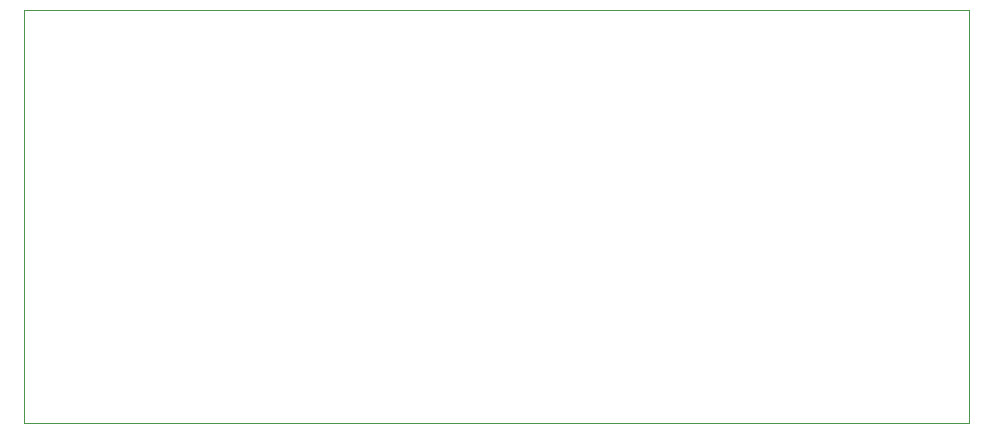
<source format=gm1>
%TF.GenerationSoftware,KiCad,Pcbnew,8.0.2*%
%TF.CreationDate,2024-06-21T01:26:05+01:00*%
%TF.ProjectId,ESP32S3_PCB_V1,45535033-3253-4335-9f50-43425f56312e,1*%
%TF.SameCoordinates,Original*%
%TF.FileFunction,Profile,NP*%
%FSLAX46Y46*%
G04 Gerber Fmt 4.6, Leading zero omitted, Abs format (unit mm)*
G04 Created by KiCad (PCBNEW 8.0.2) date 2024-06-21 01:26:05*
%MOMM*%
%LPD*%
G01*
G04 APERTURE LIST*
%TA.AperFunction,Profile*%
%ADD10C,0.050000*%
%TD*%
G04 APERTURE END LIST*
D10*
X111500000Y-77000000D02*
X191500000Y-77000000D01*
X191500000Y-112000000D01*
X111500000Y-112000000D01*
X111500000Y-77000000D01*
M02*

</source>
